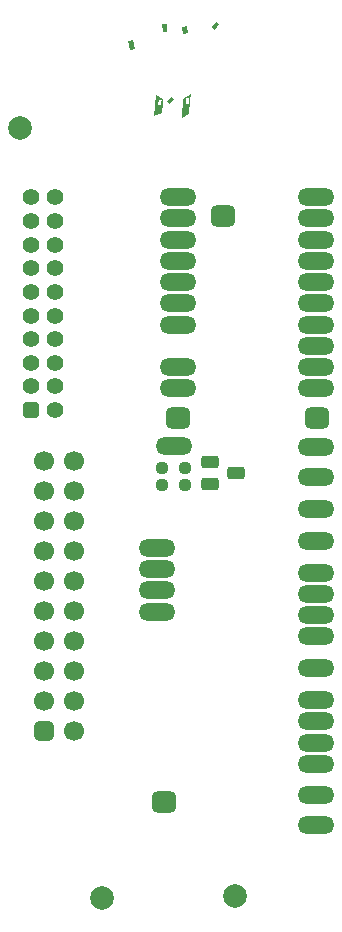
<source format=gts>
G04*
G04 #@! TF.GenerationSoftware,Altium Limited,Altium Designer,23.3.1 (30)*
G04*
G04 Layer_Color=8388736*
%FSLAX44Y44*%
%MOMM*%
G71*
G04*
G04 #@! TF.SameCoordinates,41E75030-AC82-498C-80ED-DFD746C42E25*
G04*
G04*
G04 #@! TF.FilePolarity,Negative*
G04*
G01*
G75*
%ADD15O,3.1000X1.5000*%
%ADD16C,2.0000*%
G04:AMPARAMS|DCode=17|XSize=1.1mm|YSize=1.5mm|CornerRadius=0.3mm|HoleSize=0mm|Usage=FLASHONLY|Rotation=270.000|XOffset=0mm|YOffset=0mm|HoleType=Round|Shape=RoundedRectangle|*
%AMROUNDEDRECTD17*
21,1,1.1000,0.9000,0,0,270.0*
21,1,0.5000,1.5000,0,0,270.0*
1,1,0.6000,-0.4500,-0.2500*
1,1,0.6000,-0.4500,0.2500*
1,1,0.6000,0.4500,0.2500*
1,1,0.6000,0.4500,-0.2500*
%
%ADD17ROUNDEDRECTD17*%
G04:AMPARAMS|DCode=18|XSize=0.95mm|YSize=0.95mm|CornerRadius=0.2625mm|HoleSize=0mm|Usage=FLASHONLY|Rotation=0.000|XOffset=0mm|YOffset=0mm|HoleType=Round|Shape=RoundedRectangle|*
%AMROUNDEDRECTD18*
21,1,0.9500,0.4250,0,0,0.0*
21,1,0.4250,0.9500,0,0,0.0*
1,1,0.5250,0.2125,-0.2125*
1,1,0.5250,-0.2125,-0.2125*
1,1,0.5250,-0.2125,0.2125*
1,1,0.5250,0.2125,0.2125*
%
%ADD18ROUNDEDRECTD18*%
%ADD19C,0.1000*%
G04:AMPARAMS|DCode=20|XSize=1.8mm|YSize=2.1mm|CornerRadius=0.475mm|HoleSize=0mm|Usage=FLASHONLY|Rotation=90.000|XOffset=0mm|YOffset=0mm|HoleType=Round|Shape=RoundedRectangle|*
%AMROUNDEDRECTD20*
21,1,1.8000,1.1500,0,0,90.0*
21,1,0.8500,2.1000,0,0,90.0*
1,1,0.9500,0.5750,0.4250*
1,1,0.9500,0.5750,-0.4250*
1,1,0.9500,-0.5750,-0.4250*
1,1,0.9500,-0.5750,0.4250*
%
%ADD20ROUNDEDRECTD20*%
%ADD21C,1.4000*%
G04:AMPARAMS|DCode=22|XSize=1.4mm|YSize=1.4mm|CornerRadius=0.375mm|HoleSize=0mm|Usage=FLASHONLY|Rotation=90.000|XOffset=0mm|YOffset=0mm|HoleType=Round|Shape=RoundedRectangle|*
%AMROUNDEDRECTD22*
21,1,1.4000,0.6500,0,0,90.0*
21,1,0.6500,1.4000,0,0,90.0*
1,1,0.7500,0.3250,0.3250*
1,1,0.7500,0.3250,-0.3250*
1,1,0.7500,-0.3250,-0.3250*
1,1,0.7500,-0.3250,0.3250*
%
%ADD22ROUNDEDRECTD22*%
%ADD23C,1.7000*%
G04:AMPARAMS|DCode=24|XSize=1.7mm|YSize=1.7mm|CornerRadius=0.45mm|HoleSize=0mm|Usage=FLASHONLY|Rotation=90.000|XOffset=0mm|YOffset=0mm|HoleType=Round|Shape=RoundedRectangle|*
%AMROUNDEDRECTD24*
21,1,1.7000,0.8000,0,0,90.0*
21,1,0.8000,1.7000,0,0,90.0*
1,1,0.9000,0.4000,0.4000*
1,1,0.9000,0.4000,-0.4000*
1,1,0.9000,-0.4000,-0.4000*
1,1,0.9000,-0.4000,0.4000*
%
%ADD24ROUNDEDRECTD24*%
G36*
X142069Y680497D02*
X143566Y698167D01*
X149377Y694717D01*
X149153Y691880D01*
X148052D01*
X148291Y694438D01*
X145943Y694658D01*
X145513Y690078D01*
X147862Y689858D01*
X148049Y691856D01*
X149152D01*
X148465Y683119D01*
X142069Y680497D01*
D02*
G37*
G36*
X165120Y679162D02*
X166226Y694635D01*
X172664Y699302D01*
X172171Y693059D01*
X171296D01*
X171525Y695504D01*
X169177Y695724D01*
X168748Y691145D01*
X171096Y690925D01*
X171294Y693034D01*
X172169D01*
X171319Y682278D01*
X165120Y679162D01*
D02*
G37*
G36*
X154738Y690922D02*
X152581Y693474D01*
X156692Y696949D01*
X158849Y694398D01*
X154738Y690922D01*
D02*
G37*
G36*
X121104Y736678D02*
X120075Y743991D01*
X124295Y744585D01*
X125324Y737272D01*
X121104Y736678D01*
D02*
G37*
G36*
X149258Y751458D02*
X148784Y758153D01*
X152451Y758412D01*
X152924Y751717D01*
X149258Y751458D01*
D02*
G37*
G36*
X166521Y749637D02*
X165139Y755704D01*
X169424Y756680D01*
X170807Y750613D01*
X166521Y749637D01*
D02*
G37*
G36*
X193391Y753806D02*
X190851Y755976D01*
X194591Y760354D01*
X197131Y758185D01*
X193391Y753806D01*
D02*
G37*
D15*
X279000Y400000D02*
D03*
Y213000D02*
D03*
Y321000D02*
D03*
X162000Y612000D02*
D03*
X279000D02*
D03*
X162000Y594000D02*
D03*
X279000Y576000D02*
D03*
X162000D02*
D03*
X279000Y375000D02*
D03*
X162000Y558000D02*
D03*
X279000D02*
D03*
X162000Y540000D02*
D03*
Y522000D02*
D03*
X279000D02*
D03*
X162000Y504000D02*
D03*
X279000Y486000D02*
D03*
Y468000D02*
D03*
X162000D02*
D03*
Y450000D02*
D03*
X279000D02*
D03*
X159000Y401000D02*
D03*
X279000Y594000D02*
D03*
Y294000D02*
D03*
Y348000D02*
D03*
Y276000D02*
D03*
Y106000D02*
D03*
Y258000D02*
D03*
Y186000D02*
D03*
Y240000D02*
D03*
Y540000D02*
D03*
Y132000D02*
D03*
Y168000D02*
D03*
X144000Y315000D02*
D03*
X279000Y504000D02*
D03*
X144000Y297000D02*
D03*
X279000Y150000D02*
D03*
X144000Y279000D02*
D03*
X279000Y80000D02*
D03*
X144000Y261000D02*
D03*
D16*
X98000Y18500D02*
D03*
X28250Y670500D02*
D03*
X210000Y20000D02*
D03*
D17*
X188750Y388000D02*
D03*
Y369000D02*
D03*
X210750Y378500D02*
D03*
D18*
X148750Y382500D02*
D03*
Y368500D02*
D03*
X167750D02*
D03*
Y382500D02*
D03*
D19*
X260000Y730000D02*
D03*
Y40000D02*
D03*
X47500Y730000D02*
D03*
Y40000D02*
D03*
D20*
X200000Y596000D02*
D03*
X150000Y100000D02*
D03*
X162000Y425000D02*
D03*
X280000D02*
D03*
D21*
X37800Y471650D02*
D03*
X57800Y451650D02*
D03*
Y611650D02*
D03*
X37800D02*
D03*
X57800Y591650D02*
D03*
X37800D02*
D03*
X57800Y571650D02*
D03*
X37800D02*
D03*
X57800Y551650D02*
D03*
X37800D02*
D03*
X57800Y531650D02*
D03*
X37800D02*
D03*
X57800Y511650D02*
D03*
X37800D02*
D03*
X57800Y491650D02*
D03*
X37800D02*
D03*
X57800Y471650D02*
D03*
X37800Y451650D02*
D03*
X57800Y431650D02*
D03*
D22*
X37800D02*
D03*
D23*
X74400Y160000D02*
D03*
X49000Y185400D02*
D03*
X74400D02*
D03*
X49000Y210800D02*
D03*
X74400D02*
D03*
X49000Y236200D02*
D03*
X74400D02*
D03*
X49000Y261600D02*
D03*
X74400D02*
D03*
X49000Y287000D02*
D03*
X74400D02*
D03*
X49000Y312400D02*
D03*
X74400D02*
D03*
X49000Y337800D02*
D03*
X74400D02*
D03*
X49000Y363200D02*
D03*
X74400D02*
D03*
X49000Y388600D02*
D03*
X74400D02*
D03*
D24*
X49000Y160000D02*
D03*
M02*

</source>
